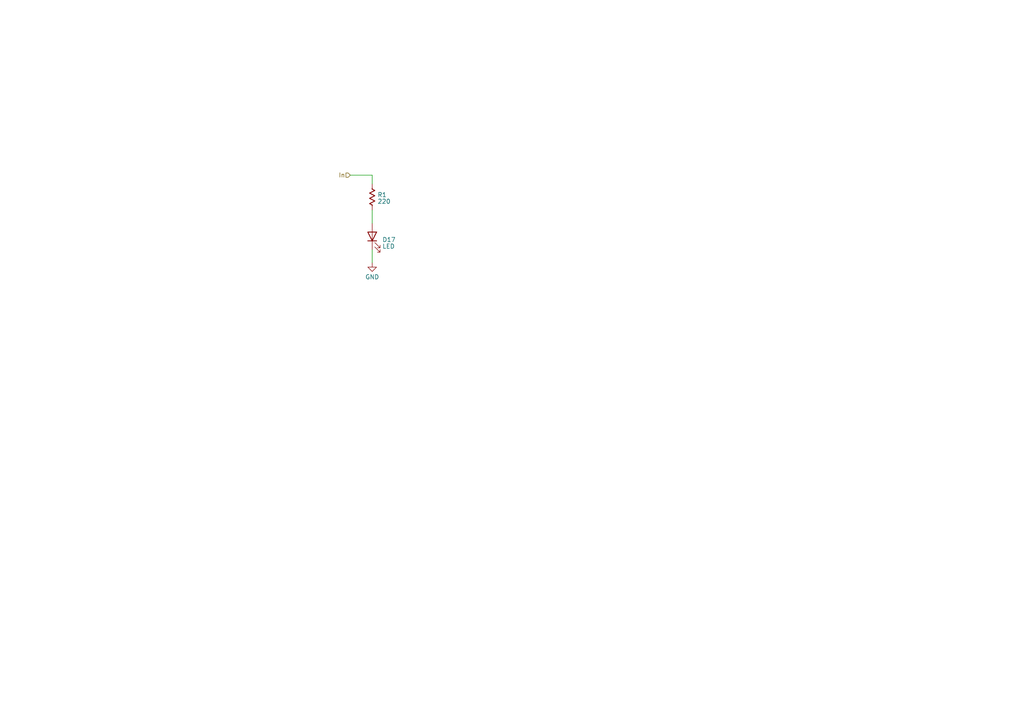
<source format=kicad_sch>
(kicad_sch (version 20230121) (generator eeschema)
  (paper "A4")
  (lib_symbols
    (symbol "Device:LED" (pin_numbers hide) (pin_names (offset 1.016) hide)
      (property "Reference" "D" (at 0 2.54 0))
      (property "Value" "LED" (at 0 -2.54 0))
      (symbol "LED_0_1"
        (polyline (pts (xy -1.27 -1.27) (xy -1.27 1.27)) (stroke (width 0.254)))
        (polyline (pts (xy -1.27 0) (xy 1.27 0)))
        (polyline (pts (xy 1.27 -1.27) (xy 1.27 1.27) (xy -1.27 0) (xy 1.27 -1.27)) (stroke (width 0.254)))
        (polyline (pts (xy -3.048 -0.762) (xy -4.572 -2.286) (xy -3.81 -2.286) (xy -4.572 -2.286) (xy -4.572 -1.524)))
        (polyline (pts (xy -1.778 -0.762) (xy -3.302 -2.286) (xy -2.54 -2.286) (xy -3.302 -2.286) (xy -3.302 -1.524)))
      )
      (symbol "LED_1_1"
        (pin passive line (at -3.81 0 0) (length 2.54) (name "K") (number "1"))
        (pin passive line (at 3.81 0 180) (length 2.54) (name "A") (number "2"))
      )
    )
    (symbol "PCM_Resistor_US_AKL:R_Box_L8.4mm_W2.5mm_P5.08mm" (pin_numbers hide) (pin_names (offset 0))
      (property "Reference" "R" (at 2.54 1.27 0))
      (property "Value" "R_Box_L8.4mm_W2.5mm_P5.08mm" (at 2.54 -1.27 0))
      (symbol "R_Box_L8.4mm_W2.5mm_P5.08mm_0_1"
        (polyline (pts (xy 0 -2.286) (xy 0 -2.54)) (stroke (width 0.254)))
        (polyline (pts (xy 0 2.286) (xy 0 2.54)) (stroke (width 0.254)))
        (polyline (pts (xy 0 2.286) (xy 0.762 1.905) (xy -0.762 1.143) (xy 0 0.762) (xy 0.762 0.381) (xy 0 0) (xy -0.762 -0.381) (xy 0 -0.762) (xy 0.762 -1.143) (xy 0 -1.524) (xy -0.762 -1.905) (xy 0 -2.286)) (stroke (width 0.254)))
      )
      (symbol "R_Box_L8.4mm_W2.5mm_P5.08mm_1_1"
        (pin passive line (at 0 3.81 270) (length 1.27) (name "~") (number "1"))
        (pin passive line (at 0 -3.81 90) (length 1.27) (name "~") (number "2"))
      )
    )
    (symbol "power:GND" (power) (pin_names (offset 0))
      (property "Value" "GND" (at 0 -3.81 0))
      (symbol "GND_0_1"
        (polyline (pts (xy 0 0) (xy 0 -1.27) (xy 1.27 -1.27) (xy 0 -2.54) (xy -1.27 -1.27) (xy 0 -1.27)))
      )
      (symbol "GND_1_1"
        (pin power_in line (at 0 0 270) (length 0) hide (name "GND") (number "1"))
      )
    )
  )
  (wire (pts (xy 107.95 60.96) (xy 107.95 64.77)))
  (wire (pts (xy 107.95 72.39) (xy 107.95 76.2)))
  (wire (pts (xy 101.6 50.8) (xy 107.95 50.8)))
  (wire (pts (xy 107.95 50.8) (xy 107.95 53.34)))
  (hierarchical_label "In" (shape input) (at 101.6 50.8 180))
  (symbol (lib_id "Device:LED") (at 107.95 68.58 90) (unit 1)
    (property "Reference" "D17" (at 110.871 69.5238 90) (effects (justify right)))
    (property "Value" "LED" (at 110.871 71.4448 90) (effects (justify right)))
    (property "Footprint" "LED_THT:LED_D3.0mm" (effects hide))
    (instances (project "Examples" (path "" (reference "D17") (unit 1)) (path "" (reference "D18") (unit 1)) (path "" (reference "D19") (unit 1)) (path "" (reference "D20") (unit 1))))
  )
  (symbol (lib_id "PCM_Resistor_US_AKL:R_Box_L8.4mm_W2.5mm_P5.08mm") (at 107.95 57.15 0) (unit 1)
    (property "Reference" "R1" (at 109.474 56.5063 0) (effects (justify left)))
    (property "Value" "220" (at 109.474 58.4273 0) (effects (justify left)))
    (property "Footprint" "Resistor_THT:R_Axial_DIN0207_L6.3mm_D2.5mm_P10.16mm_Horizontal" (effects hide))
    (instances (project "Examples" (path "" (reference "R1") (unit 1)) (path "" (reference "R15") (unit 1)) (path "" (reference "R16") (unit 1)) (path "" (reference "R17") (unit 1)) (path "" (reference "R18") (unit 1))))
  )
  (symbol (lib_id "power:GND") (at 107.95 76.2 0) (unit 1)
    (property "Reference" "#PWR024" (effects hide))
    (property "Value" "GND" (at 107.95 80.3355 0))
    (instances (project "Examples" (path "" (reference "#PWR024") (unit 1)) (path "" (reference "#PWR025") (unit 1)) (path "" (reference "#PWR026") (unit 1)) (path "" (reference "#PWR027") (unit 1))))
  )
)
</source>
